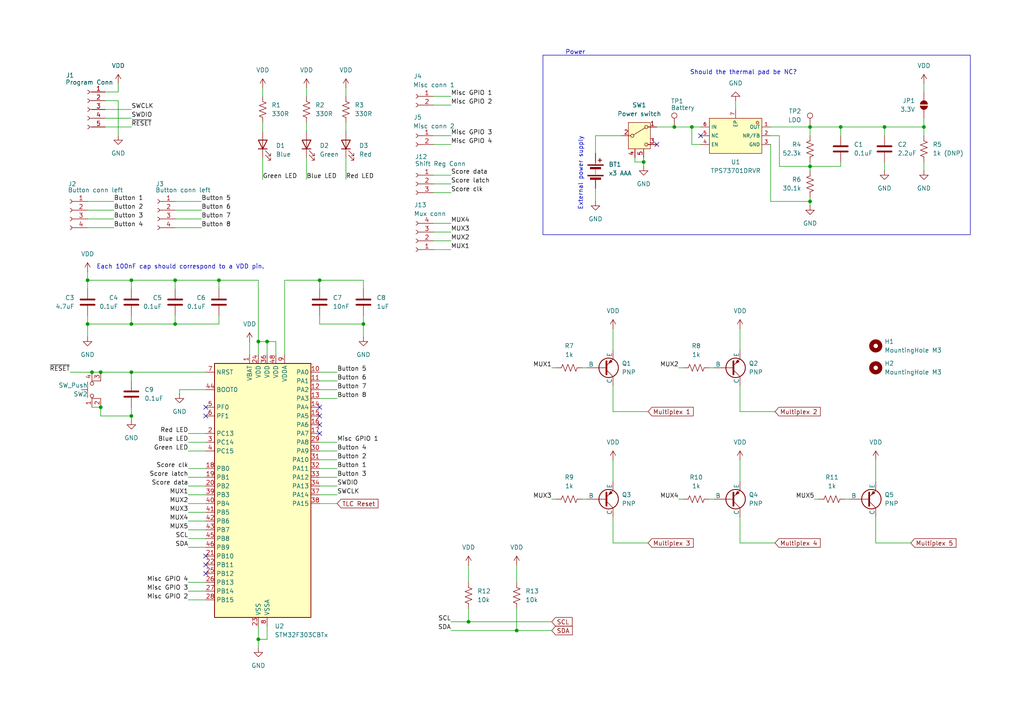
<source format=kicad_sch>
(kicad_sch (version 20231120) (generator "eeschema") (generator_version "8.0")
  (paper "A4")
  (lib_symbols
    (symbol "2048_symbols:TPS73701DRVR"
      (property "Reference" "U" (at 0 1.27 0))
      (property "Value" "TPS73701DRVR" (at 0 -2.54 0))
      (symbol "TPS73701DRVR_0_1"
        (pin unspecified line (at -10.16 2.54 0) (length 2.54) (name "OUT") (number "1"))
        (pin unspecified line (at -10.16 0 0) (length 2.54) (name "NR/FB") (number "2"))
        (pin unspecified line (at -10.16 -2.54 0) (length 2.54) (name "GND") (number "3"))
        (pin unspecified line (at 10.16 -2.54 180) (length 2.54) (name "EN") (number "4"))
        (pin unspecified line (at 10.16 0 180) (length 2.54) (name "NC") (number "5"))
        (pin unspecified line (at 10.16 2.54 180) (length 2.54) (name "IN") (number "6"))
        (pin unspecified line (at 0 7.62 270) (length 2.54) (name "EP") (number "7"))
      )
    )
    (symbol "Connector:Conn_01x02_Socket" (pin_names (offset 1.016) hide)
      (property "Reference" "J" (at 0 2.54 0))
      (property "Value" "Conn_01x02_Socket" (at 0 -5.08 0))
      (symbol "Conn_01x02_Socket_1_1"
        (pin passive line (at -5.08 0 0) (length 3.81) (name "Pin_1") (number "1"))
        (pin passive line (at -5.08 -2.54 0) (length 3.81) (name "Pin_2") (number "2"))
      )
    )
    (symbol "Connector:Conn_01x03_Socket" (pin_names (offset 1.016) hide)
      (property "Reference" "J" (at 0 5.08 0))
      (property "Value" "Conn_01x03_Socket" (at 0 -5.08 0))
      (symbol "Conn_01x03_Socket_1_1"
        (pin passive line (at -5.08 2.54 0) (length 3.81) (name "Pin_1") (number "1"))
        (pin passive line (at -5.08 0 0) (length 3.81) (name "Pin_2") (number "2"))
        (pin passive line (at -5.08 -2.54 0) (length 3.81) (name "Pin_3") (number "3"))
      )
    )
    (symbol "Connector:Conn_01x04_Socket" (pin_names (offset 1.016) hide)
      (property "Reference" "J" (at 0 5.08 0))
      (property "Value" "Conn_01x04_Socket" (at 0 -7.62 0))
      (symbol "Conn_01x04_Socket_1_1"
        (pin passive line (at -5.08 2.54 0) (length 3.81) (name "Pin_1") (number "1"))
        (pin passive line (at -5.08 0 0) (length 3.81) (name "Pin_2") (number "2"))
        (pin passive line (at -5.08 -2.54 0) (length 3.81) (name "Pin_3") (number "3"))
        (pin passive line (at -5.08 -5.08 0) (length 3.81) (name "Pin_4") (number "4"))
      )
    )
    (symbol "Connector:Conn_01x05_Socket" (pin_names (offset 1.016) hide)
      (property "Reference" "J" (at 0 7.62 0))
      (property "Value" "Conn_01x05_Socket" (at 0 -7.62 0))
      (symbol "Conn_01x05_Socket_1_1"
        (pin passive line (at -5.08 5.08 0) (length 3.81) (name "Pin_1") (number "1"))
        (pin passive line (at -5.08 2.54 0) (length 3.81) (name "Pin_2") (number "2"))
        (pin passive line (at -5.08 0 0) (length 3.81) (name "Pin_3") (number "3"))
        (pin passive line (at -5.08 -2.54 0) (length 3.81) (name "Pin_4") (number "4"))
        (pin passive line (at -5.08 -5.08 0) (length 3.81) (name "Pin_5") (number "5"))
      )
    )
    (symbol "Connector:TestPoint" (pin_numbers hide) (pin_names (offset 0.762) hide)
      (property "Reference" "TP" (at 0 6.858 0))
      (property "Value" "TestPoint" (at 0 5.08 0))
      (symbol "TestPoint_1_1"
        (pin passive line (at 0 0 90) (length 2.54) (name "1") (number "1"))
      )
    )
    (symbol "Device:Battery" (pin_numbers hide) (pin_names (offset 0) hide)
      (property "Reference" "BT" (at 2.54 2.54 0))
      (property "Value" "Battery" (at 2.54 0 0))
      (symbol "Battery_1_1"
        (pin passive line (at 0 5.08 270) (length 2.54) (name "+") (number "1"))
        (pin passive line (at 0 -5.08 90) (length 2.54) (name "-") (number "2"))
      )
    )
    (symbol "Device:C" (pin_numbers hide) (pin_names (offset 0.254))
      (property "Reference" "C" (at 0.635 2.54 0))
      (property "Value" "C" (at 0.635 -2.54 0))
      (symbol "C_1_1"
        (pin passive line (at 0 3.81 270) (length 2.794) (name "~") (number "1"))
        (pin passive line (at 0 -3.81 90) (length 2.794) (name "~") (number "2"))
      )
    )
    (symbol "Device:LED" (pin_numbers hide) (pin_names (offset 1.016) hide)
      (property "Reference" "D" (at 0 2.54 0))
      (property "Value" "LED" (at 0 -2.54 0))
      (symbol "LED_1_1"
        (pin passive line (at -3.81 0 0) (length 2.54) (name "K") (number "1"))
        (pin passive line (at 3.81 0 180) (length 2.54) (name "A") (number "2"))
      )
    )
    (symbol "Device:R_US" (pin_numbers hide) (pin_names (offset 0))
      (property "Reference" "R" (at 2.54 0 90))
      (property "Value" "R_US" (at -2.54 0 90))
      (symbol "R_US_1_1"
        (pin passive line (at 0 3.81 270) (length 1.27) (name "~") (number "1"))
        (pin passive line (at 0 -3.81 90) (length 1.27) (name "~") (number "2"))
      )
    )
    (symbol "Jumper:SolderJumper_2_Open" (pin_numbers hide) (pin_names (offset 0) hide) (exclude_from_sim yes) (in_bom no)
      (property "Reference" "JP" (at 0 2.032 0))
      (property "Value" "SolderJumper_2_Open" (at 0 -2.54 0))
      (symbol "SolderJumper_2_Open_1_1"
        (pin passive line (at -3.81 0 0) (length 2.54) (name "A") (number "1"))
        (pin passive line (at 3.81 0 180) (length 2.54) (name "B") (number "2"))
      )
    )
    (symbol "MCU_ST_STM32F3:STM32F303CBTx"
      (property "Reference" "U" (at -12.7 39.37 0))
      (property "Value" "STM32F303CBTx" (at 10.16 39.37 0))
      (symbol "STM32F303CBTx_1_1"
        (pin power_in line (at -2.54 40.64 270) (length 2.54) (name "VBAT") (number "1"))
        (pin bidirectional line (at 17.78 35.56 180) (length 2.54) (name "PA0") (number "10"))
        (pin bidirectional line (at 17.78 33.02 180) (length 2.54) (name "PA1") (number "11"))
        (pin bidirectional line (at 17.78 30.48 180) (length 2.54) (name "PA2") (number "12"))
        (pin bidirectional line (at 17.78 27.94 180) (length 2.54) (name "PA3") (number "13"))
        (pin bidirectional line (at 17.78 25.4 180) (length 2.54) (name "PA4") (number "14"))
        (pin bidirectional line (at 17.78 22.86 180) (length 2.54) (name "PA5") (number "15"))
        (pin bidirectional line (at 17.78 20.32 180) (length 2.54) (name "PA6") (number "16"))
        (pin bidirectional line (at 17.78 17.78 180) (length 2.54) (name "PA7") (number "17"))
        (pin bidirectional line (at -15.24 7.62 0) (length 2.54) (name "PB0") (number "18"))
        (pin bidirectional line (at -15.24 5.08 0) (length 2.54) (name "PB1") (number "19"))
        (pin bidirectional line (at -15.24 17.78 0) (length 2.54) (name "PC13") (number "2"))
        (pin bidirectional line (at -15.24 2.54 0) (length 2.54) (name "PB2") (number "20"))
        (pin bidirectional line (at -15.24 -17.78 0) (length 2.54) (name "PB10") (number "21"))
        (pin bidirectional line (at -15.24 -20.32 0) (length 2.54) (name "PB11") (number "22"))
        (pin power_in line (at 0 -38.1 90) (length 2.54) (name "VSS") (number "23"))
        (pin power_in line (at 0 40.64 270) (length 2.54) (name "VDD") (number "24"))
        (pin bidirectional line (at -15.24 -22.86 0) (length 2.54) (name "PB12") (number "25"))
        (pin bidirectional line (at -15.24 -25.4 0) (length 2.54) (name "PB13") (number "26"))
        (pin bidirectional line (at -15.24 -27.94 0) (length 2.54) (name "PB14") (number "27"))
        (pin bidirectional line (at -15.24 -30.48 0) (length 2.54) (name "PB15") (number "28"))
        (pin bidirectional line (at 17.78 15.24 180) (length 2.54) (name "PA8") (number "29"))
        (pin bidirectional line (at -15.24 15.24 0) (length 2.54) (name "PC14") (number "3"))
        (pin bidirectional line (at 17.78 12.7 180) (length 2.54) (name "PA9") (number "30"))
        (pin bidirectional line (at 17.78 10.16 180) (length 2.54) (name "PA10") (number "31"))
        (pin bidirectional line (at 17.78 7.62 180) (length 2.54) (name "PA11") (number "32"))
        (pin bidirectional line (at 17.78 5.08 180) (length 2.54) (name "PA12") (number "33"))
        (pin bidirectional line (at 17.78 2.54 180) (length 2.54) (name "PA13") (number "34"))
        (pin passive line (at 0 -38.1 90) (length 2.54) hide (name "VSS") (number "35"))
        (pin power_in line (at 2.54 40.64 270) (length 2.54) (name "VDD") (number "36"))
        (pin bidirectional line (at 17.78 0 180) (length 2.54) (name "PA14") (number "37"))
        (pin bidirectional line (at 17.78 -2.54 180) (length 2.54) (name "PA15") (number "38"))
        (pin bidirectional line (at -15.24 0 0) (length 2.54) (name "PB3") (number "39"))
        (pin bidirectional line (at -15.24 12.7 0) (length 2.54) (name "PC15") (number "4"))
        (pin bidirectional line (at -15.24 -2.54 0) (length 2.54) (name "PB4") (number "40"))
        (pin bidirectional line (at -15.24 -5.08 0) (length 2.54) (name "PB5") (number "41"))
        (pin bidirectional line (at -15.24 -7.62 0) (length 2.54) (name "PB6") (number "42"))
        (pin bidirectional line (at -15.24 -10.16 0) (length 2.54) (name "PB7") (number "43"))
        (pin input line (at -15.24 30.48 0) (length 2.54) (name "BOOT0") (number "44"))
        (pin bidirectional line (at -15.24 -12.7 0) (length 2.54) (name "PB8") (number "45"))
        (pin bidirectional line (at -15.24 -15.24 0) (length 2.54) (name "PB9") (number "46"))
        (pin passive line (at 0 -38.1 90) (length 2.54) hide (name "VSS") (number "47"))
        (pin power_in line (at 5.08 40.64 270) (length 2.54) (name "VDD") (number "48"))
        (pin bidirectional line (at -15.24 25.4 0) (length 2.54) (name "PF0") (number "5"))
        (pin bidirectional line (at -15.24 22.86 0) (length 2.54) (name "PF1") (number "6"))
        (pin input line (at -15.24 35.56 0) (length 2.54) (name "NRST") (number "7"))
        (pin power_in line (at 2.54 -38.1 90) (length 2.54) (name "VSSA") (number "8"))
        (pin power_in line (at 7.62 40.64 270) (length 2.54) (name "VDDA") (number "9"))
      )
    )
    (symbol "Mechanical:MountingHole" (pin_names (offset 1.016)) (exclude_from_sim yes) (in_bom no)
      (property "Reference" "H" (at 0 5.08 0))
      (property "Value" "MountingHole" (at 0 3.175 0))
    )
    (symbol "PNP_1" (pin_numbers hide) (pin_names (offset 0))
      (property "Reference" "Q1" (at 5.08 -1.2701 0))
      (property "Value" "PNP" (at 5.08 1.2699 0))
      (symbol "PNP_1_1_1"
        (pin input line (at -5.08 0 0) (length 2.54) (name "B") (number "1"))
        (pin open_emitter line (at 2.54 -5.08 90) (length 2.54) (name "E") (number "2"))
        (pin open_collector line (at 2.54 5.08 270) (length 2.54) (name "C") (number "3"))
      )
    )
    (symbol "Switch:SW_MEC_5E" (pin_names (offset 1.016) hide)
      (property "Reference" "SW" (at 0.635 5.715 0))
      (property "Value" "SW_MEC_5E" (at 0 -3.175 0))
      (symbol "SW_MEC_5E_0_1"
        (pin passive line (at -5.08 2.54 0) (length 2.54) (name "1") (number "1"))
        (pin passive line (at -5.08 0 0) (length 2.54) (name "2") (number "2"))
        (pin passive line (at 5.08 0 180) (length 2.54) (name "K") (number "3"))
        (pin passive line (at 5.08 2.54 180) (length 2.54) (name "A") (number "4"))
      )
    )
    (symbol "Switch:SW_SPDT" (pin_names (offset 0) hide)
      (property "Reference" "SW1" (at 0 8.89 0))
      (property "Value" "Power switch" (at 0 6.35 0))
      (symbol "SW_SPDT_1_1"
        (pin passive line (at 5.08 2.54 180) (length 2.54) (name "A") (number "1"))
        (pin passive line (at -5.08 0 0) (length 2.54) (name "B") (number "2"))
        (pin passive line (at 5.08 -2.54 180) (length 2.54) (name "C") (number "3"))
        (pin passive line (at -1.27 -6.35 90) (length 2.54) (name "SH1") (number "4"))
        (pin passive line (at 1.27 -6.35 90) (length 2.54) (name "SH2") (number "5"))
      )
    )
    (symbol "power:GND" (power) (pin_numbers hide) (pin_names (offset 0) hide)
      (property "Value" "GND" (at 0 -3.81 0))
      (symbol "GND_1_1"
        (pin power_in line (at 0 0 270) (length 0) (name "~") (number "1"))
      )
    )
    (symbol "power:VDD" (power) (pin_numbers hide) (pin_names (offset 0) hide)
      (property "Value" "VDD" (at 0 3.556 0))
      (symbol "VDD_1_1"
        (pin power_in line (at 0 0 90) (length 0) (name "~") (number "1"))
      )
    )
  )
  (junction (at 26.67 107.95))
  (junction (at 135.89 180.34))
  (junction (at 74.93 99.06))
  (junction (at 234.95 58.42))
  (junction (at 256.54 36.83))
  (junction (at 234.95 48.26))
  (junction (at 50.8 93.98))
  (junction (at 77.47 99.06))
  (junction (at 105.41 93.98))
  (junction (at 25.4 93.98))
  (junction (at 149.86 182.88))
  (junction (at 267.97 36.83))
  (junction (at 38.1 120.65))
  (junction (at 195.58 36.83))
  (junction (at 186.69 46.99))
  (junction (at 50.8 81.28))
  (junction (at 38.1 107.95))
  (junction (at 25.4 81.28))
  (junction (at 234.95 36.83))
  (junction (at 200.66 36.83))
  (junction (at 92.71 81.28))
  (junction (at 29.21 118.11))
  (junction (at 74.93 185.42))
  (junction (at 29.21 107.95))
  (junction (at 38.1 81.28))
  (junction (at 38.1 93.98))
  (junction (at 63.5 81.28))
  (junction (at 243.84 36.83))
  (no_connect (at 92.71 120.65))
  (no_connect (at 190.5 41.91))
  (no_connect (at 59.69 163.83))
  (no_connect (at 59.69 118.11))
  (no_connect (at 92.71 123.19))
  (no_connect (at 92.71 125.73))
  (no_connect (at 59.69 161.29))
  (no_connect (at 59.69 166.37))
  (no_connect (at 92.71 118.11))
  (no_connect (at 203.2 39.37))
  (no_connect (at 59.69 120.65))
  (wire (pts (xy 63.5 83.82) (xy 63.5 81.28)))
  (wire (pts (xy 130.81 53.34) (xy 125.73 53.34)))
  (wire (pts (xy 77.47 181.61) (xy 77.47 185.42)))
  (wire (pts (xy 92.71 140.97) (xy 97.79 140.97)))
  (wire (pts (xy 184.15 46.99) (xy 186.69 46.99)))
  (wire (pts (xy 168.91 144.78) (xy 170.18 144.78)))
  (wire (pts (xy 234.95 58.42) (xy 223.52 58.42)))
  (wire (pts (xy 125.73 30.48) (xy 130.81 30.48)))
  (wire (pts (xy 177.8 119.38) (xy 187.96 119.38)))
  (wire (pts (xy 105.41 93.98) (xy 105.41 91.44)))
  (wire (pts (xy 214.63 119.38) (xy 224.79 119.38)))
  (wire (pts (xy 234.95 36.83) (xy 243.84 36.83)))
  (wire (pts (xy 59.69 113.03) (xy 52.07 113.03)))
  (wire (pts (xy 25.4 93.98) (xy 25.4 97.79)))
  (wire (pts (xy 198.12 144.78) (xy 196.85 144.78)))
  (wire (pts (xy 74.93 181.61) (xy 74.93 185.42)))
  (wire (pts (xy 76.2 45.72) (xy 76.2 52.07)))
  (wire (pts (xy 172.72 44.45) (xy 172.72 39.37)))
  (wire (pts (xy 226.06 39.37) (xy 226.06 48.26)))
  (wire (pts (xy 256.54 36.83) (xy 267.97 36.83)))
  (wire (pts (xy 214.63 157.48) (xy 224.79 157.48)))
  (wire (pts (xy 74.93 185.42) (xy 74.93 187.96)))
  (wire (pts (xy 130.81 182.88) (xy 149.86 182.88)))
  (wire (pts (xy 213.36 29.21) (xy 213.36 31.75)))
  (wire (pts (xy 130.81 69.85) (xy 125.73 69.85)))
  (wire (pts (xy 92.71 135.89) (xy 97.79 135.89)))
  (wire (pts (xy 25.4 78.74) (xy 25.4 81.28)))
  (wire (pts (xy 82.55 102.87) (xy 82.55 81.28)))
  (wire (pts (xy 54.61 128.27) (xy 59.69 128.27)))
  (wire (pts (xy 125.73 27.94) (xy 130.81 27.94)))
  (wire (pts (xy 76.2 35.56) (xy 76.2 38.1)))
  (wire (pts (xy 92.71 110.49) (xy 97.79 110.49)))
  (wire (pts (xy 54.61 148.59) (xy 59.69 148.59)))
  (wire (pts (xy 200.66 36.83) (xy 203.2 36.83)))
  (wire (pts (xy 92.71 113.03) (xy 97.79 113.03)))
  (wire (pts (xy 30.48 26.67) (xy 34.29 26.67)))
  (wire (pts (xy 149.86 182.88) (xy 160.02 182.88)))
  (wire (pts (xy 149.86 163.83) (xy 149.86 168.91)))
  (wire (pts (xy 267.97 36.83) (xy 267.97 34.29)))
  (wire (pts (xy 20.32 107.95) (xy 26.67 107.95)))
  (wire (pts (xy 88.9 45.72) (xy 88.9 52.07)))
  (wire (pts (xy 105.41 81.28) (xy 105.41 83.82)))
  (wire (pts (xy 234.95 36.83) (xy 223.52 36.83)))
  (wire (pts (xy 25.4 81.28) (xy 25.4 83.82)))
  (wire (pts (xy 25.4 66.04) (xy 33.02 66.04)))
  (wire (pts (xy 100.33 35.56) (xy 100.33 38.1)))
  (wire (pts (xy 234.95 57.15) (xy 234.95 58.42)))
  (wire (pts (xy 59.69 171.45) (xy 54.61 171.45)))
  (wire (pts (xy 243.84 36.83) (xy 243.84 39.37)))
  (wire (pts (xy 26.67 118.11) (xy 29.21 118.11)))
  (wire (pts (xy 54.61 151.13) (xy 59.69 151.13)))
  (wire (pts (xy 54.61 125.73) (xy 59.69 125.73)))
  (wire (pts (xy 50.8 66.04) (xy 58.42 66.04)))
  (wire (pts (xy 50.8 81.28) (xy 50.8 83.82)))
  (wire (pts (xy 29.21 120.65) (xy 38.1 120.65)))
  (wire (pts (xy 54.61 140.97) (xy 59.69 140.97)))
  (wire (pts (xy 92.71 128.27) (xy 97.79 128.27)))
  (wire (pts (xy 54.61 153.67) (xy 59.69 153.67)))
  (wire (pts (xy 38.1 120.65) (xy 38.1 121.92)))
  (wire (pts (xy 130.81 55.88) (xy 125.73 55.88)))
  (wire (pts (xy 172.72 39.37) (xy 180.34 39.37)))
  (wire (pts (xy 105.41 93.98) (xy 92.71 93.98)))
  (wire (pts (xy 54.61 138.43) (xy 59.69 138.43)))
  (wire (pts (xy 88.9 35.56) (xy 88.9 38.1)))
  (wire (pts (xy 245.11 144.78) (xy 246.38 144.78)))
  (wire (pts (xy 82.55 81.28) (xy 92.71 81.28)))
  (wire (pts (xy 186.69 46.99) (xy 186.69 48.26)))
  (wire (pts (xy 92.71 93.98) (xy 92.71 91.44)))
  (wire (pts (xy 105.41 93.98) (xy 105.41 97.79)))
  (wire (pts (xy 177.8 111.76) (xy 177.8 119.38)))
  (wire (pts (xy 236.22 144.78) (xy 237.49 144.78)))
  (wire (pts (xy 200.66 41.91) (xy 203.2 41.91)))
  (wire (pts (xy 34.29 29.21) (xy 34.29 39.37)))
  (wire (pts (xy 186.69 46.99) (xy 186.69 45.72)))
  (wire (pts (xy 177.8 149.86) (xy 177.8 157.48)))
  (wire (pts (xy 38.1 81.28) (xy 38.1 83.82)))
  (wire (pts (xy 254 133.35) (xy 254 139.7)))
  (wire (pts (xy 234.95 48.26) (xy 234.95 49.53)))
  (wire (pts (xy 92.71 130.81) (xy 97.79 130.81)))
  (wire (pts (xy 38.1 93.98) (xy 50.8 93.98)))
  (wire (pts (xy 50.8 58.42) (xy 58.42 58.42)))
  (wire (pts (xy 234.95 39.37) (xy 234.95 36.83)))
  (wire (pts (xy 223.52 41.91) (xy 223.52 58.42)))
  (wire (pts (xy 88.9 25.4) (xy 88.9 27.94)))
  (wire (pts (xy 74.93 81.28) (xy 63.5 81.28)))
  (wire (pts (xy 130.81 67.31) (xy 125.73 67.31)))
  (wire (pts (xy 38.1 110.49) (xy 38.1 107.95)))
  (wire (pts (xy 243.84 36.83) (xy 256.54 36.83)))
  (wire (pts (xy 125.73 39.37) (xy 130.81 39.37)))
  (wire (pts (xy 52.07 113.03) (xy 52.07 114.3)))
  (wire (pts (xy 243.84 48.26) (xy 234.95 48.26)))
  (wire (pts (xy 135.89 163.83) (xy 135.89 168.91)))
  (wire (pts (xy 130.81 180.34) (xy 135.89 180.34)))
  (wire (pts (xy 74.93 99.06) (xy 77.47 99.06)))
  (wire (pts (xy 149.86 176.53) (xy 149.86 182.88)))
  (wire (pts (xy 161.29 144.78) (xy 160.02 144.78)))
  (wire (pts (xy 267.97 46.99) (xy 267.97 49.53)))
  (wire (pts (xy 200.66 36.83) (xy 200.66 41.91)))
  (wire (pts (xy 161.29 106.68) (xy 160.02 106.68)))
  (wire (pts (xy 38.1 81.28) (xy 25.4 81.28)))
  (wire (pts (xy 214.63 111.76) (xy 214.63 119.38)))
  (wire (pts (xy 77.47 99.06) (xy 77.47 102.87)))
  (wire (pts (xy 63.5 93.98) (xy 63.5 91.44)))
  (wire (pts (xy 125.73 41.91) (xy 130.81 41.91)))
  (wire (pts (xy 254 157.48) (xy 264.16 157.48)))
  (wire (pts (xy 30.48 36.83) (xy 38.1 36.83)))
  (wire (pts (xy 223.52 39.37) (xy 226.06 39.37)))
  (wire (pts (xy 74.93 99.06) (xy 74.93 102.87)))
  (wire (pts (xy 190.5 36.83) (xy 195.58 36.83)))
  (wire (pts (xy 50.8 81.28) (xy 38.1 81.28)))
  (wire (pts (xy 34.29 26.67) (xy 34.29 24.13)))
  (wire (pts (xy 54.61 146.05) (xy 59.69 146.05)))
  (wire (pts (xy 226.06 48.26) (xy 234.95 48.26)))
  (wire (pts (xy 234.95 58.42) (xy 234.95 59.69)))
  (wire (pts (xy 92.71 81.28) (xy 92.71 83.82)))
  (wire (pts (xy 50.8 93.98) (xy 63.5 93.98)))
  (wire (pts (xy 38.1 93.98) (xy 38.1 91.44)))
  (wire (pts (xy 25.4 60.96) (xy 33.02 60.96)))
  (wire (pts (xy 184.15 45.72) (xy 184.15 46.99)))
  (wire (pts (xy 80.01 102.87) (xy 80.01 99.06)))
  (wire (pts (xy 177.8 133.35) (xy 177.8 139.7)))
  (wire (pts (xy 135.89 180.34) (xy 160.02 180.34)))
  (wire (pts (xy 92.71 81.28) (xy 105.41 81.28)))
  (wire (pts (xy 72.39 99.06) (xy 72.39 102.87)))
  (wire (pts (xy 54.61 130.81) (xy 59.69 130.81)))
  (wire (pts (xy 26.67 107.95) (xy 29.21 107.95)))
  (wire (pts (xy 30.48 34.29) (xy 38.1 34.29)))
  (wire (pts (xy 256.54 36.83) (xy 256.54 39.37)))
  (wire (pts (xy 135.89 176.53) (xy 135.89 180.34)))
  (wire (pts (xy 50.8 60.96) (xy 58.42 60.96)))
  (wire (pts (xy 25.4 58.42) (xy 33.02 58.42)))
  (wire (pts (xy 29.21 107.95) (xy 38.1 107.95)))
  (wire (pts (xy 59.69 168.91) (xy 54.61 168.91)))
  (wire (pts (xy 177.8 157.48) (xy 187.96 157.48)))
  (wire (pts (xy 214.63 149.86) (xy 214.63 157.48)))
  (wire (pts (xy 92.71 133.35) (xy 97.79 133.35)))
  (wire (pts (xy 267.97 36.83) (xy 267.97 39.37)))
  (wire (pts (xy 177.8 95.25) (xy 177.8 101.6)))
  (wire (pts (xy 130.81 64.77) (xy 125.73 64.77)))
  (wire (pts (xy 243.84 46.99) (xy 243.84 48.26)))
  (wire (pts (xy 214.63 133.35) (xy 214.63 139.7)))
  (wire (pts (xy 254 149.86) (xy 254 157.48)))
  (wire (pts (xy 80.01 99.06) (xy 77.47 99.06)))
  (wire (pts (xy 92.71 146.05) (xy 97.79 146.05)))
  (wire (pts (xy 30.48 31.75) (xy 38.1 31.75)))
  (wire (pts (xy 76.2 25.4) (xy 76.2 27.94)))
  (wire (pts (xy 38.1 118.11) (xy 38.1 120.65)))
  (wire (pts (xy 77.47 185.42) (xy 74.93 185.42)))
  (wire (pts (xy 38.1 107.95) (xy 59.69 107.95)))
  (wire (pts (xy 198.12 106.68) (xy 196.85 106.68)))
  (wire (pts (xy 234.95 48.26) (xy 234.95 46.99)))
  (wire (pts (xy 100.33 25.4) (xy 100.33 27.94)))
  (wire (pts (xy 50.8 93.98) (xy 50.8 91.44)))
  (wire (pts (xy 168.91 106.68) (xy 170.18 106.68)))
  (wire (pts (xy 54.61 135.89) (xy 59.69 135.89)))
  (wire (pts (xy 205.74 106.68) (xy 207.01 106.68)))
  (wire (pts (xy 205.74 144.78) (xy 207.01 144.78)))
  (wire (pts (xy 74.93 81.28) (xy 74.93 99.06)))
  (wire (pts (xy 25.4 63.5) (xy 33.02 63.5)))
  (wire (pts (xy 214.63 95.25) (xy 214.63 101.6)))
  (wire (pts (xy 25.4 91.44) (xy 25.4 93.98)))
  (wire (pts (xy 267.97 24.13) (xy 267.97 26.67)))
  (wire (pts (xy 172.72 54.61) (xy 172.72 58.42)))
  (wire (pts (xy 256.54 46.99) (xy 256.54 49.53)))
  (wire (pts (xy 59.69 143.51) (xy 54.61 143.51)))
  (wire (pts (xy 130.81 50.8) (xy 125.73 50.8)))
  (wire (pts (xy 125.73 72.39) (xy 130.81 72.39)))
  (wire (pts (xy 50.8 63.5) (xy 58.42 63.5)))
  (wire (pts (xy 54.61 158.75) (xy 59.69 158.75)))
  (wire (pts (xy 92.71 107.95) (xy 97.79 107.95)))
  (wire (pts (xy 34.29 29.21) (xy 30.48 29.21)))
  (wire (pts (xy 59.69 173.99) (xy 54.61 173.99)))
  (wire (pts (xy 92.71 115.57) (xy 97.79 115.57)))
  (wire (pts (xy 25.4 93.98) (xy 38.1 93.98)))
  (wire (pts (xy 54.61 156.21) (xy 59.69 156.21)))
  (wire (pts (xy 29.21 118.11) (xy 29.21 120.65)))
  (wire (pts (xy 92.71 138.43) (xy 97.79 138.43)))
  (wire (pts (xy 100.33 45.72) (xy 100.33 52.07)))
  (wire (pts (xy 63.5 81.28) (xy 50.8 81.28)))
  (wire (pts (xy 195.58 36.83) (xy 200.66 36.83)))
  (wire (pts (xy 92.71 143.51) (xy 97.79 143.51)))
  (rectangle (start 157.48 16.002) (end 281.432 68.072))
  (text "Should the thermal pad be NC?" (at 215.646 21.082 0) (effects (font (size 1.27 1.27))))
  (text "Each 100nF cap should correspond to a VDD pin." (at 52.324 77.47 0) (effects (font (size 1.27 1.27))))
  (text "External power supply " (at 168.402 49.784 90) (effects (font (size 1.27 1.27))))
  (text "Power\n" (at 166.878 15.24 0) (effects (font (size 1.27 1.27))))
  (label "SDA" (at 130.81 182.88 180))
  (label "Red LED" (at 54.61 125.73 180))
  (label "Misc GPIO 1" (at 130.81 27.94 0))
  (label "MUX2" (at 130.81 69.85 0))
  (label "Button 5" (at 97.79 107.95 0))
  (label "Blue LED" (at 88.9 52.07 0))
  (label "SDA" (at 54.61 158.75 180))
  (label "Button 5" (at 58.42 58.42 0))
  (label "Button 7" (at 97.79 113.03 0))
  (label "SWDIO" (at 38.1 34.29 0))
  (label "MUX1" (at 160.02 106.68 180))
  (label "Score data" (at 130.81 50.8 0))
  (label "Button 7" (at 58.42 63.5 0))
  (label "Misc GPIO 4" (at 130.81 41.91 0))
  (label "MUX2" (at 54.61 146.05 180))
  (label "Misc GPIO 3" (at 130.81 39.37 0))
  (label "Button 1" (at 97.79 135.89 0))
  (label "Button 8" (at 97.79 115.57 0))
  (label "~{RESET}" (at 38.1 36.83 0))
  (label "Misc GPIO 3" (at 54.61 171.45 180))
  (label "MUX4" (at 130.81 64.77 0))
  (label "SWCLK" (at 97.79 143.51 0))
  (label "Score data" (at 54.61 140.97 180))
  (label "MUX3" (at 130.81 67.31 0))
  (label "MUX4" (at 196.85 144.78 180))
  (label "Red LED" (at 100.33 52.07 0))
  (label "Button 4" (at 97.79 130.81 0))
  (label "Misc GPIO 1" (at 97.79 128.27 0))
  (label "Misc GPIO 2" (at 130.81 30.48 0))
  (label "Score latch" (at 54.61 138.43 180))
  (label "Button 3" (at 97.79 138.43 0))
  (label "Green LED" (at 54.61 130.81 180))
  (label "Button 6" (at 58.42 60.96 0))
  (label "MUX4" (at 54.61 151.13 180))
  (label "Score clk" (at 54.61 135.89 180))
  (label "Score clk" (at 130.81 55.88 0))
  (label "~{RESET}" (at 20.32 107.95 180))
  (label "MUX5" (at 236.22 144.78 180))
  (label "MUX2" (at 196.85 106.68 180))
  (label "Button 1" (at 33.02 58.42 0))
  (label "Button 8" (at 58.42 66.04 0))
  (label "Button 4" (at 33.02 66.04 0))
  (label "Score latch" (at 130.81 53.34 0))
  (label "MUX3" (at 160.02 144.78 180))
  (label "MUX5" (at 54.61 153.67 180))
  (label "SWCLK" (at 38.1 31.75 0))
  (label "MUX3" (at 54.61 148.59 180))
  (label "MUX1" (at 130.81 72.39 0))
  (label "Button 3" (at 33.02 63.5 0))
  (label "Button 2" (at 97.79 133.35 0))
  (label "Blue LED" (at 54.61 128.27 180))
  (label "SCL" (at 130.81 180.34 180))
  (label "SCL" (at 54.61 156.21 180))
  (label "MUX1" (at 54.61 143.51 180))
  (label "Button 6" (at 97.79 110.49 0))
  (label "Button 2" (at 33.02 60.96 0))
  (label "Misc GPIO 2" (at 54.61 173.99 180))
  (label "Green LED" (at 76.2 52.07 0))
  (label "Misc GPIO 4" (at 54.61 168.91 180))
  (label "SWDIO" (at 97.79 140.97 0))
  (global_label "Multiplex 3" (shape input) (at 187.96 157.48 0) (property "Intersheetrefs" "${INTERSHEET_REFS}" (effects (hide yes))))
  (global_label "Multiplex 2" (shape input) (at 224.79 119.38 0) (property "Intersheetrefs" "${INTERSHEET_REFS}" (effects (hide yes))))
  (global_label "Multiplex 1" (shape input) (at 187.96 119.38 0) (property "Intersheetrefs" "${INTERSHEET_REFS}" (effects (hide yes))))
  (global_label "Multiplex 4" (shape input) (at 224.79 157.48 0) (property "Intersheetrefs" "${INTERSHEET_REFS}" (effects (hide yes))))
  (global_label "SCL" (shape input) (at 160.02 180.34 0) (property "Intersheetrefs" "${INTERSHEET_REFS}" (effects (hide yes))))
  (global_label "SDA" (shape input) (at 160.02 182.88 0) (property "Intersheetrefs" "${INTERSHEET_REFS}" (effects (hide yes))))
  (global_label "Multiplex 5" (shape input) (at 264.16 157.48 0) (property "Intersheetrefs" "${INTERSHEET_REFS}" (effects (hide yes))))
  (global_label "TLC Reset" (shape input) (at 97.79 146.05 0) (property "Intersheetrefs" "${INTERSHEET_REFS}" (effects (hide yes))))
  (symbol (lib_id "power:VDD") (at 177.8 95.25 0) (unit 1)
    (property "Reference" "#PWR014" (effects (hide yes)))
    (property "Value" "VDD" (at 177.8 90.17 0))
    (property "Description" "Power symbol creates a global label with name \"VDD\"" (effects (hide yes)))
  )
  (symbol (lib_id "power:VDD") (at 267.97 24.13 0) (unit 1)
    (property "Reference" "#PWR02" (effects (hide yes)))
    (property "Value" "VDD" (at 267.97 19.05 0))
    (property "Description" "Power symbol creates a global label with name \"VDD\"" (effects (hide yes)))
  )
  (symbol (lib_id "Device:LED") (at 88.9 41.91 90) (unit 1)
    (property "Reference" "D2" (at 92.71 42.2274 90) (effects (justify right)))
    (property "Value" "Green" (at 92.71 44.7674 90) (effects (justify right)))
    (property "Footprint" "LED_SMD:LED_1206_3216Metric_Pad1.42x1.75mm_HandSolder" (effects (hide yes)))
    (property "Description" "Light emitting diode" (effects (hide yes)))
  )
  (symbol (lib_id "power:GND") (at 105.41 97.79 0) (mirror y) (unit 1)
    (property "Reference" "#PWR017" (effects (hide yes)))
    (property "Value" "GND" (at 105.41 102.87 0))
    (property "Description" "Power symbol creates a global label with name \"GND\" , ground" (effects (hide yes)))
  )
  (symbol (lib_id "power:GND") (at 267.97 49.53 0) (unit 1)
    (property "Reference" "#PWR010" (effects (hide yes)))
    (property "Value" "GND" (at 267.97 54.61 0))
    (property "Description" "Power symbol creates a global label with name \"GND\" , ground" (effects (hide yes)))
  )
  (symbol (lib_id "power:GND") (at 38.1 121.92 0) (unit 1)
    (property "Reference" "#PWR020" (effects (hide yes)))
    (property "Value" "GND" (at 38.1 127 0))
    (property "Description" "Power symbol creates a global label with name \"GND\" , ground" (effects (hide yes)))
  )
  (symbol (lib_id "Device:C") (at 50.8 87.63 0) (mirror y) (unit 1)
    (property "Reference" "C5" (at 46.99 86.3599 0) (effects (justify left)))
    (property "Value" "0.1uF" (at 46.99 88.8999 0) (effects (justify left)))
    (property "Footprint" "Capacitor_SMD:C_0402_1005Metric_Pad0.74x0.62mm_HandSolder" (effects (hide yes)))
    (property "Description" "Unpolarized capacitor" (effects (hide yes)))
    (property "LCSC" "C431646" (effects (hide yes)))
  )
  (symbol (lib_name "PNP_1") (lib_id "Simulation_SPICE:PNP") (at 212.09 106.68 0) (mirror x) (unit 1)
    (property "Reference" "Q2" (at 217.17 105.4099 0) (effects (justify left)))
    (property "Value" "PNP" (at 217.17 107.9499 0) (effects (justify left)))
    (property "Footprint" "Package_TO_SOT_SMD:SOT-23-3" (effects (hide yes)))
    (property "Datasheet" "https://www.lcsc.com/datasheet/lcsc_datasheet_2209261730_HXY-MOSFET-S8550_C5184407.pdf" (effects (hide yes)))
    (property "Description" "Bipolar transistor symbol for simulation only, substrate tied to the emitter" (effects (hide yes)))
    (property "Sim.Device" "PNP" (effects (hide yes)))
    (property "Sim.Type" "GUMMELPOON" (effects (hide yes)))
    (property "Sim.Pins" "1=B 2=E 3=C" (effects (hide yes)))
    (property "LCSC" "C380910" (effects (hide yes)))
  )
  (symbol (lib_id "power:VDD") (at 214.63 133.35 0) (unit 1)
    (property "Reference" "#PWR022" (effects (hide yes)))
    (property "Value" "VDD" (at 214.63 128.27 0))
    (property "Description" "Power symbol creates a global label with name \"VDD\"" (effects (hide yes)))
  )
  (symbol (lib_id "Device:C") (at 38.1 87.63 0) (mirror y) (unit 1)
    (property "Reference" "C4" (at 34.29 86.3599 0) (effects (justify left)))
    (property "Value" "0.1uF" (at 34.29 88.8999 0) (effects (justify left)))
    (property "Footprint" "Capacitor_SMD:C_0402_1005Metric_Pad0.74x0.62mm_HandSolder" (effects (hide yes)))
    (property "Description" "Unpolarized capacitor" (effects (hide yes)))
    (property "LCSC" "C431646" (effects (hide yes)))
  )
  (symbol (lib_id "Device:R_US") (at 201.93 144.78 90) (unit 1)
    (property "Reference" "R10" (at 201.93 138.43 90))
    (property "Value" "1k" (at 201.93 140.97 90))
    (property "Footprint" "Resistor_SMD:R_0805_2012Metric_Pad1.20x1.40mm_HandSolder" (effects (hide yes)))
    (property "Description" "Resistor, US symbol" (effects (hide yes)))
    (property "LCSC" "C2763787" (effects (hide yes)))
  )
  (symbol (lib_id "Device:Battery") (at 172.72 49.53 0) (unit 1)
    (property "Reference" "BT1" (at 176.53 47.6884 0) (effects (justify left)))
    (property "Value" "x3 AAA" (at 176.53 50.2284 0) (effects (justify left)))
    (property "Description" "Multiple-cell battery" (effects (hide yes)))
  )
  (symbol (lib_id "Switch:SW_SPDT") (at 185.42 39.37 0) (unit 1)
    (property "Reference" "SW1" (at 185.42 30.48 0))
    (property "Value" "Power switch" (at 185.42 33.02 0))
    (property "Footprint" "2048_footprints:OS102011MA1QN1_CNK" (effects (hide yes)))
    (property "Description" "Switch, single pole double throw" (effects (hide yes)))
  )
  (symbol (lib_id "Device:LED") (at 76.2 41.91 90) (unit 1)
    (property "Reference" "D1" (at 80.01 42.2274 90) (effects (justify right)))
    (property "Value" "Blue" (at 80.01 44.7674 90) (effects (justify right)))
    (property "Footprint" "LED_SMD:LED_1206_3216Metric_Pad1.42x1.75mm_HandSolder" (effects (hide yes)))
    (property "Description" "Light emitting diode" (effects (hide yes)))
  )
  (symbol (lib_id "Device:R_US") (at 267.97 43.18 180) (unit 1)
    (property "Reference" "R5" (at 270.51 41.9099 0) (effects (justify right)))
    (property "Value" "1k (DNP)" (at 270.51 44.4499 0) (effects (justify right)))
    (property "Footprint" "Resistor_SMD:R_0805_2012Metric_Pad1.20x1.40mm_HandSolder" (effects (hide yes)))
    (property "Description" "Resistor, US symbol" (effects (hide yes)))
  )
  (symbol (lib_id "Device:R_US") (at 241.3 144.78 90) (unit 1)
    (property "Reference" "R11" (at 241.3 138.43 90))
    (property "Value" "1k" (at 241.3 140.97 90))
    (property "Footprint" "Resistor_SMD:R_0805_2012Metric_Pad1.20x1.40mm_HandSolder" (effects (hide yes)))
    (property "Description" "Resistor, US symbol" (effects (hide yes)))
    (property "LCSC" "C2763787" (effects (hide yes)))
  )
  (symbol (lib_name "PNP_1") (lib_id "Simulation_SPICE:PNP") (at 212.09 144.78 0) (mirror x) (unit 1)
    (property "Reference" "Q4" (at 217.17 143.5099 0) (effects (justify left)))
    (property "Value" "PNP" (at 217.17 146.0499 0) (effects (justify left)))
    (property "Footprint" "Package_TO_SOT_SMD:SOT-23-3" (effects (hide yes)))
    (property "Datasheet" "https://www.lcsc.com/datasheet/lcsc_datasheet_2209261730_HXY-MOSFET-S8550_C5184407.pdf" (effects (hide yes)))
    (property "Description" "Bipolar transistor symbol for simulation only, substrate tied to the emitter" (effects (hide yes)))
    (property "Sim.Device" "PNP" (effects (hide yes)))
    (property "Sim.Type" "GUMMELPOON" (effects (hide yes)))
    (property "Sim.Pins" "1=B 2=E 3=C" (effects (hide yes)))
    (property "LCSC" "C380910" (effects (hide yes)))
  )
  (symbol (lib_id "Connector:Conn_01x03_Socket") (at 120.65 53.34 0) (mirror y) (unit 1)
    (property "Reference" "J12" (at 123.952 45.466 0) (effects (justify left)))
    (property "Value" "Shift Reg Conn" (at 135.128 47.498 0) (effects (justify left)))
    (property "Footprint" "Connector_PinSocket_2.00mm:PinSocket_1x03_P2.00mm_Vertical" (effects (hide yes)))
    (property "Description" "Generic connector, single row, 01x03, script generated" (effects (hide yes)))
  )
  (symbol (lib_id "power:VDD") (at 25.4 78.74 0) (mirror y) (unit 1)
    (property "Reference" "#PWR013" (effects (hide yes)))
    (property "Value" "VDD" (at 25.4 73.66 0))
    (property "Description" "Power symbol creates a global label with name \"VDD\"" (effects (hide yes)))
  )
  (symbol (lib_id "Device:R_US") (at 201.93 106.68 90) (unit 1)
    (property "Reference" "R8" (at 201.93 100.33 90))
    (property "Value" "1k" (at 201.93 102.87 90))
    (property "Footprint" "Resistor_SMD:R_0805_2012Metric_Pad1.20x1.40mm_HandSolder" (effects (hide yes)))
    (property "Description" "Resistor, US symbol" (effects (hide yes)))
    (property "LCSC" "C2763787" (effects (hide yes)))
  )
  (symbol (lib_id "power:VDD") (at 100.33 25.4 0) (unit 1)
    (property "Reference" "#PWR05" (effects (hide yes)))
    (property "Value" "VDD" (at 100.33 20.32 0))
    (property "Description" "Power symbol creates a global label with name \"VDD\"" (effects (hide yes)))
  )
  (symbol (lib_id "Device:R_US") (at 88.9 31.75 0) (unit 1)
    (property "Reference" "R2" (at 91.44 30.4799 0) (effects (justify left)))
    (property "Value" "330R" (at 91.44 33.0199 0) (effects (justify left)))
    (property "Footprint" "Resistor_SMD:R_0805_2012Metric_Pad1.20x1.40mm_HandSolder" (effects (hide yes)))
    (property "Description" "Resistor, US symbol" (effects (hide yes)))
  )
  (symbol (lib_id "Device:R_US") (at 149.86 172.72 0) (unit 1)
    (property "Reference" "R13" (at 152.4 171.4499 0) (effects (justify left)))
    (property "Value" "10k" (at 152.4 173.9899 0) (effects (justify left)))
    (property "Footprint" "Resistor_SMD:R_0805_2012Metric_Pad1.20x1.40mm_HandSolder" (effects (hide yes)))
    (property "Description" "Resistor, US symbol" (effects (hide yes)))
  )
  (symbol (lib_id "power:VDD") (at 88.9 25.4 0) (unit 1)
    (property "Reference" "#PWR04" (effects (hide yes)))
    (property "Value" "VDD" (at 88.9 20.32 0))
    (property "Description" "Power symbol creates a global label with name \"VDD\"" (effects (hide yes)))
  )
  (symbol (lib_name "PNP_1") (lib_id "Simulation_SPICE:PNP") (at 251.46 144.78 0) (mirror x) (unit 1)
    (property "Reference" "Q5" (at 256.54 143.5099 0) (effects (justify left)))
    (property "Value" "PNP" (at 256.54 146.0499 0) (effects (justify left)))
    (property "Footprint" "Package_TO_SOT_SMD:SOT-23-3" (effects (hide yes)))
    (property "Datasheet" "https://www.lcsc.com/datasheet/lcsc_datasheet_2209261730_HXY-MOSFET-S8550_C5184407.pdf" (effects (hide yes)))
    (property "Description" "Bipolar transistor symbol for simulation only, substrate tied to the emitter" (effects (hide yes)))
    (property "Sim.Device" "PNP" (effects (hide yes)))
    (property "Sim.Type" "GUMMELPOON" (effects (hide yes)))
    (property "Sim.Pins" "1=B 2=E 3=C" (effects (hide yes)))
    (property "LCSC" "C380910" (effects (hide yes)))
  )
  (symbol (lib_id "Connector:Conn_01x04_Socket") (at 20.32 60.96 0) (mirror y) (unit 1)
    (property "Reference" "J2" (at 20.955 53.34 0))
    (property "Value" "Button conn left" (at 27.686 55.118 0))
    (property "Footprint" "2048_footprints:PinSocket_2x02_P2.00mm_Vertical" (effects (hide yes)))
    (property "Description" "Generic connector, single row, 01x04, script generated" (effects (hide yes)))
  )
  (symbol (lib_id "Connector:Conn_01x04_Socket") (at 120.65 69.85 180) (unit 1)
    (property "Reference" "J13" (at 121.92 59.436 0))
    (property "Value" "Mux conn" (at 124.714 61.976 0))
    (property "Description" "Generic connector, single row, 01x04, script generated" (effects (hide yes)))
  )
  (symbol (lib_id "Device:C") (at 256.54 43.18 0) (unit 1)
    (property "Reference" "C2" (at 260.35 41.9099 0) (effects (justify left)))
    (property "Value" "2.2uF" (at 260.35 44.4499 0) (effects (justify left)))
    (property "Footprint" "Capacitor_SMD:C_0603_1608Metric_Pad1.08x0.95mm_HandSolder" (effects (hide yes)))
    (property "Description" "Unpolarized capacitor" (effects (hide yes)))
  )
  (symbol (lib_id "Device:R_US") (at 234.95 43.18 0) (mirror x) (unit 1)
    (property "Reference" "R4" (at 232.41 41.9099 0) (effects (justify right)))
    (property "Value" "52.3k" (at 232.41 44.4499 0) (effects (justify right)))
    (property "Footprint" "Resistor_SMD:R_0603_1608Metric_Pad0.98x0.95mm_HandSolder" (effects (hide yes)))
    (property "Description" "Resistor, US symbol" (effects (hide yes)))
    (property "LCSC" "C849802" (effects (hide yes)))
  )
  (symbol (lib_id "power:VDD") (at 34.29 24.13 0) (unit 1)
    (property "Reference" "#PWR01" (effects (hide yes)))
    (property "Value" "VDD" (at 34.29 19.05 0))
    (property "Description" "Power symbol creates a global label with name \"VDD\"" (effects (hide yes)))
  )
  (symbol (lib_id "MCU_ST_STM32F3:STM32F303CBTx") (at 74.93 143.51 0) (unit 1)
    (property "Reference" "U2" (at 79.6641 181.61 0) (effects (justify left)))
    (property "Value" "STM32F303CBTx" (at 79.6641 184.15 0) (effects (justify left)))
    (property "Footprint" "Package_QFP:LQFP-48_7x7mm_P0.5mm" (effects (hide yes)))
    (property "Datasheet" "https://www.st.com/resource/en/datasheet/stm32f303cb.pdf" (effects (hide yes)))
    (property "Description" "STMicroelectronics Arm Cortex-M4 MCU, 128KB flash, 40KB RAM, 72 MHz, 2.0-3.6V, 37 GPIO, LQFP48" (effects (hide yes)))
    (property "LCSC" "C108516" (effects (hide yes)))
  )
  (symbol (lib_id "power:VDD") (at 177.8 133.35 0) (unit 1)
    (property "Reference" "#PWR021" (effects (hide yes)))
    (property "Value" "VDD" (at 177.8 128.27 0))
    (property "Description" "Power symbol creates a global label with name \"VDD\"" (effects (hide yes)))
  )
  (symbol (lib_id "Connector:Conn_01x02_Socket") (at 120.65 27.94 0) (mirror y) (unit 1)
    (property "Reference" "J4" (at 121.158 22.098 0))
    (property "Value" "Misc conn 1" (at 125.857 24.638 0))
    (property "Footprint" "Connector_PinSocket_2.00mm:PinSocket_1x02_P2.00mm_Vertical" (effects (hide yes)))
    (property "Description" "Generic connector, single row, 01x02, script generated" (effects (hide yes)))
  )
  (symbol (lib_id "Device:LED") (at 100.33 41.91 90) (unit 1)
    (property "Reference" "D3" (at 104.14 42.2274 90) (effects (justify right)))
    (property "Value" "Red" (at 104.14 44.7674 90) (effects (justify right)))
    (property "Footprint" "LED_SMD:LED_1206_3216Metric_Pad1.42x1.75mm_HandSolder" (effects (hide yes)))
    (property "Description" "Light emitting diode" (effects (hide yes)))
  )
  (symbol (lib_id "Device:R_US") (at 76.2 31.75 0) (unit 1)
    (property "Reference" "R1" (at 78.74 30.4799 0) (effects (justify left)))
    (property "Value" "330R" (at 78.74 33.0199 0) (effects (justify left)))
    (property "Footprint" "Resistor_SMD:R_0805_2012Metric_Pad1.20x1.40mm_HandSolder" (effects (hide yes)))
    (property "Description" "Resistor, US symbol" (effects (hide yes)))
  )
  (symbol (lib_id "Connector:TestPoint") (at 234.95 36.83 0) (mirror y) (unit 1)
    (property "Reference" "TP2" (at 232.41 32.2579 0) (effects (justify left)))
    (property "Value" "LDO" (at 232.41 34.7979 0) (effects (justify left)))
    (property "Footprint" "TestPoint:TestPoint_THTPad_D2.0mm_Drill1.0mm" (effects (hide yes)))
    (property "Description" "test point" (effects (hide yes)))
  )
  (symbol (lib_id "Device:C") (at 38.1 114.3 0) (unit 1)
    (property "Reference" "C9" (at 41.91 113.0299 0) (effects (justify left)))
    (property "Value" "0.1uF" (at 41.91 115.5699 0) (effects (justify left)))
    (property "Footprint" "Capacitor_SMD:C_0402_1005Metric_Pad0.74x0.62mm_HandSolder" (effects (hide yes)))
    (property "Description" "Unpolarized capacitor" (effects (hide yes)))
    (property "LCSC" "C431646" (effects (hide yes)))
  )
  (symbol (lib_id "power:VDD") (at 76.2 25.4 0) (unit 1)
    (property "Reference" "#PWR03" (effects (hide yes)))
    (property "Value" "VDD" (at 76.2 20.32 0))
    (property "Description" "Power symbol creates a global label with name \"VDD\"" (effects (hide yes)))
  )
  (symbol (lib_id "power:GND") (at 25.4 97.79 0) (mirror y) (unit 1)
    (property "Reference" "#PWR016" (effects (hide yes)))
    (property "Value" "GND" (at 25.4 102.87 0))
    (property "Description" "Power symbol creates a global label with name \"GND\" , ground" (effects (hide yes)))
  )
  (symbol (lib_id "power:VDD") (at 214.63 95.25 0) (unit 1)
    (property "Reference" "#PWR015" (effects (hide yes)))
    (property "Value" "VDD" (at 214.63 90.17 0))
    (property "Description" "Power symbol creates a global label with name \"VDD\"" (effects (hide yes)))
  )
  (symbol (lib_id "power:VDD") (at 149.86 163.83 0) (unit 1)
    (property "Reference" "#PWR025" (effects (hide yes)))
    (property "Value" "VDD" (at 149.86 158.75 0))
    (property "Description" "Power symbol creates a global label with name \"VDD\"" (effects (hide yes)))
  )
  (symbol (lib_id "Connector:Conn_01x05_Socket") (at 25.4 31.75 0) (mirror y) (unit 1)
    (property "Reference" "J1" (at 20.32 21.844 0))
    (property "Value" "Program Conn" (at 25.908 23.876 0))
    (property "Footprint" "2048_footprints:PinSocket_5x2.54_SMD_90deg_952-3198-1-ND" (effects (hide yes)))
    (property "Description" "Generic connector, single row, 01x05, script generated" (effects (hide yes)))
  )
  (symbol (lib_id "Connector:Conn_01x02_Socket") (at 120.65 39.37 0) (mirror y) (unit 1)
    (property "Reference" "J5" (at 121.158 34.036 0))
    (property "Value" "Misc conn 2" (at 125.857 36.576 0))
    (property "Footprint" "Connector_PinSocket_2.00mm:PinSocket_1x02_P2.00mm_Vertical" (effects (hide yes)))
    (property "Description" "Generic connector, single row, 01x02, script generated" (effects (hide yes)))
  )
  (symbol (lib_id "Switch:SW_MEC_5E") (at 29.21 113.03 90) (unit 1)
    (property "Reference" "SW2" (at 25.4 114.3001 90) (effects (justify left)))
    (property "Value" "SW_Push" (at 25.4 111.7601 90) (effects (justify left)))
    (property "Footprint" "2048_footprints:SW_TL1105SPF160Q" (effects (hide yes)))
    (property "Datasheet" "http://www.apem.com/int/index.php?controller=attachment&id_attachment=1371" (effects (hide yes)))
    (property "Description" "MEC 5E single pole normally-open tactile switch" (effects (hide yes)))
  )
  (symbol (lib_id "Device:R_US") (at 165.1 144.78 90) (unit 1)
    (property "Reference" "R9" (at 165.1 138.43 90))
    (property "Value" "1k" (at 165.1 140.97 90))
    (property "Footprint" "Resistor_SMD:R_0805_2012Metric_Pad1.20x1.40mm_HandSolder" (effects (hide yes)))
    (property "Description" "Resistor, US symbol" (effects (hide yes)))
    (property "LCSC" "C2763787" (effects (hide yes)))
  )
  (symbol (lib_id "power:VDD") (at 135.89 163.83 0) (unit 1)
    (property "Reference" "#PWR024" (effects (hide yes)))
    (property "Value" "VDD" (at 135.89 158.75 0))
    (property "Description" "Power symbol creates a global label with name \"VDD\"" (effects (hide yes)))
  )
  (symbol (lib_id "2048_symbols:TPS73701DRVR") (at 213.36 39.37 0) (mirror y) (unit 1)
    (property "Reference" "U1" (at 213.36 46.99 0))
    (property "Value" "TPS73701DRVR" (at 213.36 49.53 0))
    (property "Footprint" "2048_footprints:WSON-6_L2.0-W2.0-P0.65-BL-EP" (effects (hide yes)))
    (property "Datasheet" "https://wmsc.lcsc.com/wmsc/upload/file/pdf/v2/lcsc/1912112237_Texas-Instruments-TPS73701DRVR_C426714.pdf" (effects (hide yes)))
    (property "LCSC" "C426714" (effects (hide yes)))
  )
  (symbol (lib_id "power:GND") (at 213.36 29.21 180) (unit 1)
    (property "Reference" "#PWR06" (effects (hide yes)))
    (property "Value" "GND" (at 213.36 24.13 0))
    (property "Description" "Power symbol creates a global label with name \"GND\" , ground" (effects (hide yes)))
  )
  (symbol (lib_id "power:VDD") (at 254 133.35 0) (unit 1)
    (property "Reference" "#PWR023" (effects (hide yes)))
    (property "Value" "VDD" (at 254 128.27 0))
    (property "Description" "Power symbol creates a global label with name \"VDD\"" (effects (hide yes)))
  )
  (symbol (lib_id "Device:R_US") (at 135.89 172.72 0) (unit 1)
    (property "Reference" "R12" (at 138.43 171.4499 0) (effects (justify left)))
    (property "Value" "10k" (at 138.43 173.9899 0) (effects (justify left)))
    (property "Footprint" "Resistor_SMD:R_0805_2012Metric_Pad1.20x1.40mm_HandSolder" (effects (hide yes)))
    (property "Description" "Resistor, US symbol" (effects (hide yes)))
  )
  (symbol (lib_id "power:GND") (at 34.29 39.37 0) (mirror y) (unit 1)
    (property "Reference" "#PWR07" (effects (hide yes)))
    (property "Value" "GND" (at 34.29 44.45 0))
    (property "Description" "Power symbol creates a global label with name \"GND\" , ground" (effects (hide yes)))
  )
  (symbol (lib_id "Device:R_US") (at 234.95 53.34 0) (mirror x) (unit 1)
    (property "Reference" "R6" (at 232.41 52.0699 0) (effects (justify right)))
    (property "Value" "30.1k" (at 232.41 54.6099 0) (effects (justify right)))
    (property "Footprint" "Resistor_SMD:R_0603_1608Metric_Pad0.98x0.95mm_HandSolder" (effects (hide yes)))
    (property "Description" "Resistor, US symbol" (effects (hide yes)))
    (property "LCSC" "C311897" (effects (hide yes)))
  )
  (symbol (lib_id "Mechanical:MountingHole") (at 254 100.33 0) (unit 1) (exclude_from_sim yes) (in_bom no)
    (property "Reference" "H1" (at 256.54 99.0599 0) (effects (justify left)))
    (property "Value" "MountingHole M3" (at 256.54 101.5999 0) (effects (justify left)))
    (property "Footprint" "MountingHole:MountingHole_3.2mm_M3" (effects (hide yes)))
    (property "Description" "Mounting Hole without connection" (effects (hide yes)))
  )
  (symbol (lib_id "Device:C") (at 25.4 87.63 0) (mirror y) (unit 1)
    (property "Reference" "C3" (at 21.59 86.3599 0) (effects (justify left)))
    (property "Value" "4.7uF" (at 21.59 88.8999 0) (effects (justify left)))
    (property "Footprint" "Capacitor_SMD:C_0805_2012Metric_Pad1.18x1.45mm_HandSolder" (effects (hide yes)))
    (property "Description" "Unpolarized capacitor" (effects (hide yes)))
  )
  (symbol (lib_id "Connector:TestPoint") (at 195.58 36.83 0) (unit 1)
    (property "Reference" "TP1" (at 194.564 29.3369 0) (effects (justify left)))
    (property "Value" "Battery" (at 194.564 31.242 0) (effects (justify left)))
    (property "Footprint" "TestPoint:TestPoint_THTPad_D2.0mm_Drill1.0mm" (effects (hide yes)))
    (property "Description" "test point" (effects (hide yes)))
  )
  (symbol (lib_id "power:VDD") (at 72.39 99.06 0) (mirror y) (unit 1)
    (property "Reference" "#PWR018" (effects (hide yes)))
    (property "Value" "VDD" (at 72.39 93.98 0))
    (property "Description" "Power symbol creates a global label with name \"VDD\"" (effects (hide yes)))
  )
  (symbol (lib_name "PNP_1") (lib_id "Simulation_SPICE:PNP") (at 175.26 106.68 0) (mirror x) (unit 1)
    (property "Reference" "Q1" (at 180.34 105.4099 0) (effects (justify left)))
    (property "Value" "PNP" (at 180.34 107.9499 0) (effects (justify left)))
    (property "Footprint" "Package_TO_SOT_SMD:SOT-23-3" (effects (hide yes)))
    (property "Datasheet" "https://www.lcsc.com/datasheet/lcsc_datasheet_2209261730_HXY-MOSFET-S8550_C5184407.pdf" (effects (hide yes)))
    (property "Description" "Bipolar transistor symbol for simulation only, substrate tied to the emitter" (effects (hide yes)))
    (property "Sim.Device" "PNP" (effects (hide yes)))
    (property "Sim.Type" "GUMMELPOON" (effects (hide yes)))
    (property "Sim.Pins" "1=B 2=E 3=C" (effects (hide yes)))
    (property "LCSC" "C380910" (effects (hide yes)))
  )
  (symbol (lib_id "power:GND") (at 256.54 49.53 0) (unit 1)
    (property "Reference" "#PWR09" (effects (hide yes)))
    (property "Value" "GND" (at 256.54 54.61 0))
    (property "Description" "Power symbol creates a global label with name \"GND\" , ground" (effects (hide yes)))
  )
  (symbol (lib_id "power:GND") (at 52.07 114.3 0) (unit 1)
    (property "Reference" "#PWR019" (effects (hide yes)))
    (property "Value" "GND" (at 52.07 119.38 0))
    (property "Description" "Power symbol creates a global label with name \"GND\" , ground" (effects (hide yes)))
  )
  (symbol (lib_id "power:GND") (at 74.93 187.96 0) (unit 1)
    (property "Reference" "#PWR026" (effects (hide yes)))
    (property "Value" "GND" (at 74.93 193.04 0))
    (property "Description" "Power symbol creates a global label with name \"GND\" , ground" (effects (hide yes)))
  )
  (symbol (lib_id "power:GND") (at 172.72 58.42 0) (unit 1)
    (property "Reference" "#PWR011" (effects (hide yes)))
    (property "Value" "GND" (at 172.72 63.5 0))
    (property "Description" "Power symbol creates a global label with name \"GND\" , ground" (effects (hide yes)))
  )
  (symbol (lib_id "Device:R_US") (at 165.1 106.68 90) (unit 1)
    (property "Reference" "R7" (at 165.1 100.33 90))
    (property "Value" "1k" (at 165.1 102.87 90))
    (property "Footprint" "Resistor_SMD:R_0805_2012Metric_Pad1.20x1.40mm_HandSolder" (effects (hide yes)))
    (property "Description" "Resistor, US symbol" (effects (hide yes)))
    (property "LCSC" "C2763787" (effects (hide yes)))
  )
  (symbol (lib_id "Device:R_US") (at 100.33 31.75 0) (unit 1)
    (property "Reference" "R3" (at 102.87 30.4799 0) (effects (justify left)))
    (property "Value" "330R" (at 102.87 33.0199 0) (effects (justify left)))
    (property "Footprint" "Resistor_SMD:R_0805_2012Metric_Pad1.20x1.40mm_HandSolder" (effects (hide yes)))
    (property "Description" "Resistor, US symbol" (effects (hide yes)))
  )
  (symbol (lib_name "PNP_1") (lib_id "Simulation_SPICE:PNP") (at 175.26 144.78 0) (mirror x) (unit 1)
    (property "Reference" "Q3" (at 180.34 143.5099 0) (effects (justify left)))
    (property "Value" "PNP" (at 180.34 146.0499 0) (effects (justify left)))
    (property "Footprint" "Package_TO_SOT_SMD:SOT-23-3" (effects (hide yes)))
    (property "Datasheet" "https://www.lcsc.com/datasheet/lcsc_datasheet_2209261730_HXY-MOSFET-S8550_C5184407.pdf" (effects (hide yes)))
    (property "Description" "Bipolar transistor symbol for simulation only, substrate tied to the emitter" (effects (hide yes)))
    (property "Sim.Device" "PNP" (effects (hide yes)))
    (property "Sim.Type" "GUMMELPOON" (effects (hide yes)))
    (property "Sim.Pins" "1=B 2=E 3=C" (effects (hide yes)))
    (property "LCSC" "C380910" (effects (hide yes)))
  )
  (symbol (lib_id "Device:C") (at 243.84 43.18 0) (unit 1)
    (property "Reference" "C1" (at 247.65 41.9099 0) (effects (justify left)))
    (property "Value" "0.1uF" (at 247.65 44.4499 0) (effects (justify left)))
    (property "Footprint" "Capacitor_SMD:C_0402_1005Metric_Pad0.74x0.62mm_HandSolder" (effects (hide yes)))
    (property "Description" "Unpolarized capacitor" (effects (hide yes)))
    (property "LCSC" "C431646" (effects (hide yes)))
  )
  (symbol (lib_id "power:GND") (at 234.95 59.69 0) (unit 1)
    (property "Reference" "#PWR012" (effects (hide yes)))
    (property "Value" "GND" (at 234.95 64.77 0))
    (property "Description" "Power symbol creates a global label with name \"GND\" , ground" (effects (hide yes)))
  )
  (symbol (lib_id "Device:C") (at 105.41 87.63 0) (unit 1)
    (property "Reference" "C8" (at 109.22 86.3599 0) (effects (justify left)))
    (property "Value" "1uF" (at 109.22 88.8999 0) (effects (justify left)))
    (property "Footprint" "Capacitor_SMD:C_0805_2012Metric_Pad1.18x1.45mm_HandSolder" (effects (hide yes)))
    (property "Description" "Unpolarized capacitor" (effects (hide yes)))
  )
  (symbol (lib_id "Connector:Conn_01x04_Socket") (at 45.72 60.96 0) (mirror y) (unit 1)
    (property "Reference" "J3" (at 46.355 53.34 0))
    (property "Value" "Button conn left" (at 53.086 55.118 0))
    (property "Footprint" "2048_footprints:PinSocket_2x02_P2.00mm_Vertical" (effects (hide yes)))
    (property "Description" "Generic connector, single row, 01x04, script generated" (effects (hide yes)))
  )
  (symbol (lib_id "power:GND") (at 186.69 48.26 0) (unit 1)
    (property "Reference" "#PWR08" (effects (hide yes)))
    (property "Value" "GND" (at 186.69 53.34 0))
    (property "Description" "Power symbol creates a global label with name \"GND\" , ground" (effects (hide yes)))
  )
  (symbol (lib_id "Mechanical:MountingHole") (at 254 106.68 0) (unit 1) (exclude_from_sim yes) (in_bom no)
    (property "Reference" "H2" (at 256.54 105.4099 0) (effects (justify left)))
    (property "Value" "MountingHole M3" (at 256.54 107.9499 0) (effects (justify left)))
    (property "Footprint" "MountingHole:MountingHole_3.2mm_M3" (effects (hide yes)))
    (property "Description" "Mounting Hole without connection" (effects (hide yes)))
  )
  (symbol (lib_id "Jumper:SolderJumper_2_Open") (at 267.97 30.48 90) (unit 1) (exclude_from_sim yes) (in_bom no)
    (property "Reference" "JP1" (at 265.43 29.2099 90) (effects (justify left)))
    (property "Value" "3.3V" (at 265.43 31.7499 90) (effects (justify left)))
    (property "Footprint" "Jumper:SolderJumper-2_P1.3mm_Open_TrianglePad1.0x1.5mm" (effects (hide yes)))
    (property "Description" "Solder Jumper, 2-pole, open" (effects (hide yes)))
  )
  (symbol (lib_id "Device:C") (at 92.71 87.63 0) (unit 1)
    (property "Reference" "C7" (at 96.52 86.3599 0) (effects (justify left)))
    (property "Value" "10nF" (at 96.52 88.8999 0) (effects (justify left)))
    (property "Footprint" "Capacitor_SMD:C_0805_2012Metric_Pad1.18x1.45mm_HandSolder" (effects (hide yes)))
    (property "Description" "Unpolarized capacitor" (effects (hide yes)))
  )
  (symbol (lib_id "Device:C") (at 63.5 87.63 0) (mirror y) (unit 1)
    (property "Reference" "C6" (at 59.69 86.3599 0) (effects (justify left)))
    (property "Value" "0.1uF" (at 59.69 88.8999 0) (effects (justify left)))
    (property "Footprint" "Capacitor_SMD:C_0805_2012Metric_Pad1.18x1.45mm_HandSolder" (effects (hide yes)))
    (property "Description" "Unpolarized capacitor" (effects (hide yes)))
  )
)
</source>
